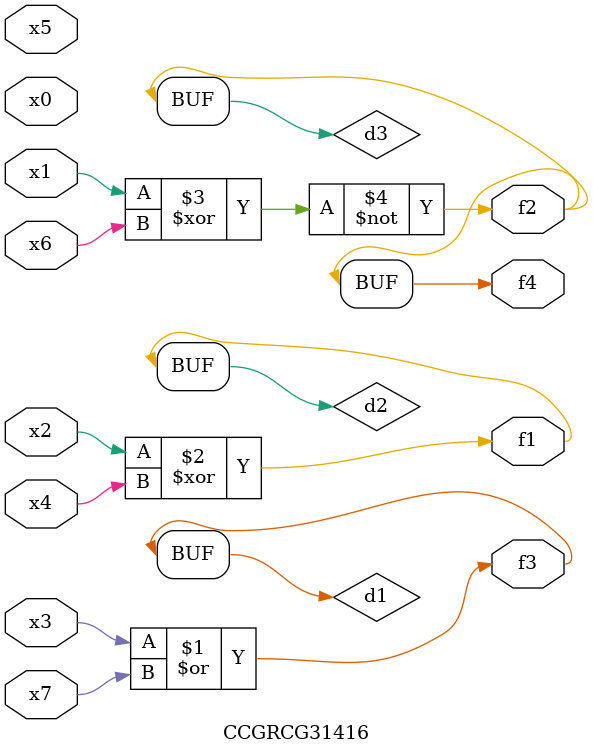
<source format=v>
module CCGRCG31416(
	input x0, x1, x2, x3, x4, x5, x6, x7,
	output f1, f2, f3, f4
);

	wire d1, d2, d3;

	or (d1, x3, x7);
	xor (d2, x2, x4);
	xnor (d3, x1, x6);
	assign f1 = d2;
	assign f2 = d3;
	assign f3 = d1;
	assign f4 = d3;
endmodule

</source>
